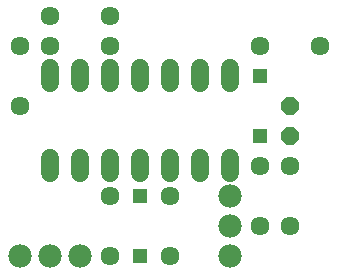
<source format=gbs>
G75*
%MOIN*%
%OFA0B0*%
%FSLAX25Y25*%
%IPPOS*%
%LPD*%
%AMOC8*
5,1,8,0,0,1.08239X$1,22.5*
%
%ADD10C,0.06343*%
%ADD11OC8,0.06000*%
%ADD12C,0.05950*%
%ADD13C,0.07800*%
%ADD14R,0.04762X0.04762*%
D10*
X0067425Y0077313D03*
X0067425Y0097313D03*
X0087425Y0097313D03*
X0087425Y0077313D03*
X0117425Y0087313D03*
X0127425Y0087313D03*
X0127425Y0107313D03*
X0117425Y0107313D03*
X0117425Y0147313D03*
X0137425Y0147313D03*
X0067425Y0147313D03*
X0067425Y0157313D03*
X0047425Y0157313D03*
X0047425Y0147313D03*
X0037425Y0147313D03*
X0037425Y0127313D03*
D11*
X0127425Y0127313D03*
X0127425Y0117313D03*
D12*
X0107425Y0109888D02*
X0107425Y0104738D01*
X0097425Y0104738D02*
X0097425Y0109888D01*
X0087425Y0109888D02*
X0087425Y0104738D01*
X0077425Y0104738D02*
X0077425Y0109888D01*
X0067425Y0109888D02*
X0067425Y0104738D01*
X0057425Y0104738D02*
X0057425Y0109888D01*
X0047425Y0109888D02*
X0047425Y0104738D01*
X0047425Y0134738D02*
X0047425Y0139888D01*
X0057425Y0139888D02*
X0057425Y0134738D01*
X0067425Y0134738D02*
X0067425Y0139888D01*
X0077425Y0139888D02*
X0077425Y0134738D01*
X0087425Y0134738D02*
X0087425Y0139888D01*
X0097425Y0139888D02*
X0097425Y0134738D01*
X0107425Y0134738D02*
X0107425Y0139888D01*
D13*
X0037425Y0077313D03*
X0047425Y0077313D03*
X0057425Y0077313D03*
X0107425Y0077313D03*
X0107425Y0087313D03*
X0107425Y0097313D03*
D14*
X0117425Y0117313D03*
X0117425Y0137313D03*
X0077425Y0097313D03*
X0077425Y0077313D03*
M02*

</source>
